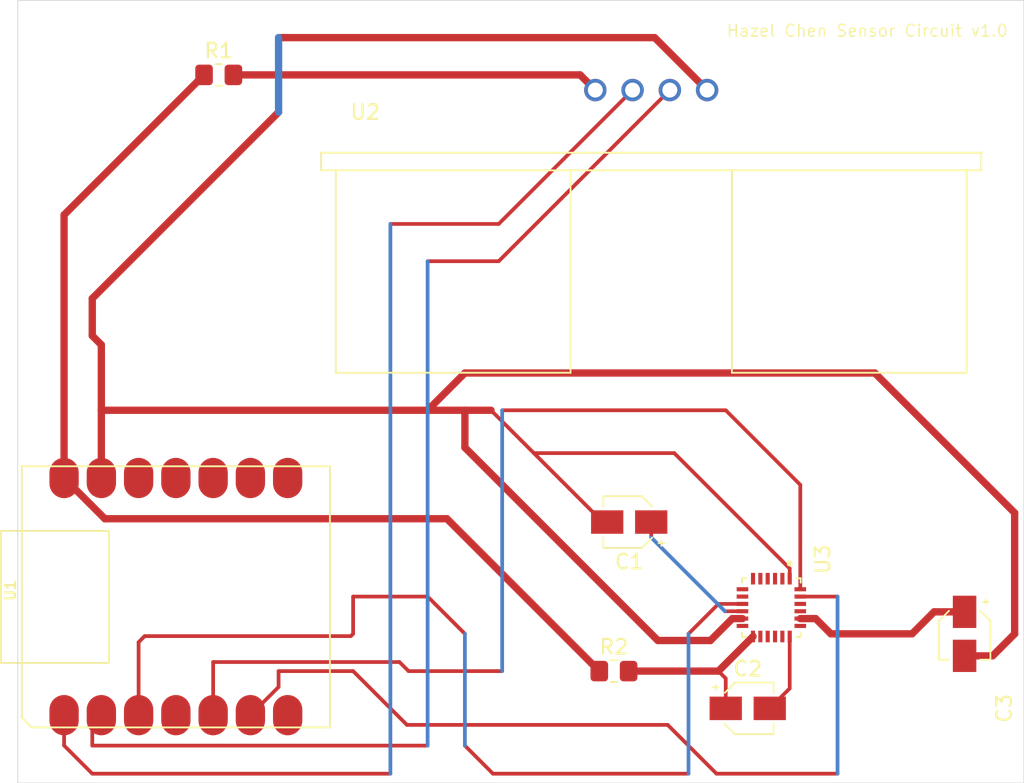
<source format=kicad_pcb>
(kicad_pcb (version 20240108) (generator "pcbnew") (generator_version "8.0")
  (layers (0 "F.Cu" signal) (31 "B.Cu" signal) (34 "B.Paste" user) (35 "F.Paste" user) (36 "B.SilkS" user "B.Silkscreen") (37 "F.SilkS" user "F.Silkscreen") (38 "B.Mask" user) (39 "F.Mask" user) (44 "Edge.Cuts" user))
  (net 0 "")
  (net 1 "Net-(U1-PA02_A0_D0)")
  (net 2 "Net-(U1-PA4_A1_D1)")
  (net 3 "Net-(U2-VCC)")
  (net 4 "GND")
  (net 5 "Net-(U3-REGOUT)")
  (net 7 "Net-(U3-CPOUT)")
  (net 9 "Net-(U1-PA9_A5_D5_SCL)")
  (net 12 "Net-(U1-PA10_A2_D2)")
  (net 15 "Net-(U3-VDD)")
  (net 24 "Net-(U1-PA8_A4_D4_SDA)")
  (net 26 "Net-(U1-5V)")
  (footprint "2025_XIAO:MOUDLE14P-SMD-2.54-21X17.8MM" (layer "F.Cu") (at 84.77925 107.9775 90)
    (property "Reference" "U1" (at 9.3345 -21.7805 90) (layer "F.SilkS") (effects (font (size 0.7 0.7))))
    (property "Value" "MOUDLE-SEEEDUINO-XIAO-ESP32C3")
    (fp_line (start 13.395 -22.424) (end 13.395 -15.072) (stroke (width 0.127)) (layer "F.SilkS"))
    (fp_line (start 4.4 -22.424) (end 13.395 -22.424) (stroke (width 0.127)) (layer "F.SilkS"))
    (fp_line (start 17.8 -21) (end 0.671541 -21) (stroke (width 0.127)) (layer "F.SilkS"))
    (fp_line (start 0.671541 -21) (end 0 -20.3285) (stroke (width 0.127)) (layer "F.SilkS"))
    (fp_line (start 0 -20.3285) (end 0 0) (stroke (width 0.127)) (layer "F.SilkS"))
    (fp_line (start 13.395 -15.072) (end 4.396 -15.072) (stroke (width 0.127)) (layer "F.SilkS"))
    (fp_line (start 4.396 -15.072) (end 4.396 -22.425) (stroke (width 0.127)) (layer "F.SilkS"))
    (fp_line (start 17.8 0) (end 17.8 -21) (stroke (width 0.127)) (layer "F.SilkS"))
    (fp_line (start 0 0) (end 17.8 0) (stroke (width 0.127)) (layer "F.SilkS"))
    (pad "1" smd roundrect (at 0.835 -18.12 90) (size 2.75 2) (layers "F.Cu" "F.Paste" "F.Mask") (roundrect_rratio 0.5) (net 1 "Net-(U1-PA02_A0_D0)"))
    (pad "2" smd roundrect (at 0.835 -15.58 90) (size 2.75 2) (layers "F.Cu" "F.Paste" "F.Mask") (roundrect_rratio 0.5) (net 2 "Net-(U1-PA4_A1_D1)"))
    (pad "3" smd roundrect (at 0.835 -13.04 90) (size 2.75 2) (layers "F.Cu" "F.Paste" "F.Mask") (roundrect_rratio 0.5) (net 12 "Net-(U1-PA10_A2_D2)"))
    (pad "4" smd roundrect (at 0.835 -10.5 90) (size 2.75 2) (layers "F.Cu" "F.Paste" "F.Mask") (roundrect_rratio 0.5))
    (pad "5" smd roundrect (at 0.835 -7.96 90) (size 2.75 2) (layers "F.Cu" "F.Paste" "F.Mask") (roundrect_rratio 0.5) (net 24 "Net-(U1-PA8_A4_D4_SDA)"))
    (pad "6" smd roundrect (at 0.835 -5.42 90) (size 2.75 2) (layers "F.Cu" "F.Paste" "F.Mask") (roundrect_rratio 0.5) (net 9 "Net-(U1-PA9_A5_D5_SCL)"))
    (pad "7" smd roundrect (at 0.835 -2.88 90) (size 2.75 2) (layers "F.Cu" "F.Paste" "F.Mask") (roundrect_rratio 0.5))
    (pad "8" smd roundrect (at 17 -2.88 90) (size 2.75 2) (layers "F.Cu" "F.Paste" "F.Mask") (roundrect_rratio 0.5))
    (pad "9" smd roundrect (at 17 -5.42 90) (size 2.75 2) (layers "F.Cu" "F.Paste" "F.Mask") (roundrect_rratio 0.5))
    (pad "10" smd roundrect (at 17 -7.96 90) (size 2.75 2) (layers "F.Cu" "F.Paste" "F.Mask") (roundrect_rratio 0.5))
    (pad "11" smd roundrect (at 17 -10.5 90) (size 2.75 2) (layers "F.Cu" "F.Paste" "F.Mask") (roundrect_rratio 0.5))
    (pad "12" smd roundrect (at 17 -13.04 90) (size 2.75 2) (layers "F.Cu" "F.Paste" "F.Mask") (roundrect_rratio 0.5))
    (pad "13" smd roundrect (at 17 -15.58 90) (size 2.75 2) (layers "F.Cu" "F.Paste" "F.Mask") (roundrect_rratio 0.5) (net 4 "GND"))
    (pad "14" smd roundrect (at 17 -18.12 90) (size 2.75 2) (layers "F.Cu" "F.Paste" "F.Mask") (roundrect_rratio 0.5) (net 26 "Net-(U1-5V)"))
  )
  (footprint "Capacitor_SMD:CP_Elec_3x5.3" (layer "F.Cu") (at 113.26 106.68)
    (property "Reference" "C2" (at 0 -2.7 0) (layer "F.SilkS"))
    (property "Value" "0.1 mF")
    (fp_line (start -2.375 -1.435) (end -2 -1.435) (stroke (width 0.12)) (layer "F.SilkS"))
    (fp_line (start -2.1875 -1.6225) (end -2.1875 -1.2475) (stroke (width 0.12)) (layer "F.SilkS"))
    (fp_line (start -1.570563 -1.06) (end -0.870563 -1.76) (stroke (width 0.12)) (layer "F.SilkS"))
    (fp_line (start -1.570563 1.06) (end -0.870563 1.76) (stroke (width 0.12)) (layer "F.SilkS"))
    (fp_line (start -0.870563 -1.76) (end 1.76 -1.76) (stroke (width 0.12)) (layer "F.SilkS"))
    (fp_line (start -0.870563 1.76) (end 1.76 1.76) (stroke (width 0.12)) (layer "F.SilkS"))
    (fp_line (start 1.76 -1.76) (end 1.76 -1.06) (stroke (width 0.12)) (layer "F.SilkS"))
    (fp_line (start 1.76 1.76) (end 1.76 1.06) (stroke (width 0.12)) (layer "F.SilkS"))
    (pad "1" smd rect (at -1.5 0) (size 2.2 1.6) (layers "F.Cu" "F.Paste" "F.Mask") (net 15 "Net-(U3-VDD)"))
    (pad "2" smd rect (at 1.5 0) (size 2.2 1.6) (layers "F.Cu" "F.Paste" "F.Mask") (net 4 "GND"))
  )
  (footprint "Capacitor_SMD:CP_Elec_3x5.3" (layer "F.Cu") (at 128.04 101.6 -90)
    (property "Reference" "C3" (at 5.08 -2.7 90) (layer "F.SilkS"))
    (property "Value" "2.2 nF")
    (fp_line (start -0.870563 1.76) (end 1.76 1.76) (stroke (width 0.12)) (layer "F.SilkS"))
    (fp_line (start 1.76 1.76) (end 1.76 1.06) (stroke (width 0.12)) (layer "F.SilkS"))
    (fp_line (start -1.570563 1.06) (end -0.870563 1.76) (stroke (width 0.12)) (layer "F.SilkS"))
    (fp_line (start -1.570563 -1.06) (end -0.870563 -1.76) (stroke (width 0.12)) (layer "F.SilkS"))
    (fp_line (start -2.375 -1.435) (end -2 -1.435) (stroke (width 0.12)) (layer "F.SilkS"))
    (fp_line (start -2.1875 -1.6225) (end -2.1875 -1.2475) (stroke (width 0.12)) (layer "F.SilkS"))
    (fp_line (start -0.870563 -1.76) (end 1.76 -1.76) (stroke (width 0.12)) (layer "F.SilkS"))
    (fp_line (start 1.76 -1.76) (end 1.76 -1.06) (stroke (width 0.12)) (layer "F.SilkS"))
    (pad "1" smd rect (at -1.5 0 270) (size 2.2 1.6) (layers "F.Cu" "F.Paste" "F.Mask") (net 7 "Net-(U3-CPOUT)"))
    (pad "2" smd rect (at 1.5 0 270) (size 2.2 1.6) (layers "F.Cu" "F.Paste" "F.Mask") (net 4 "GND"))
  )
  (footprint "Capacitor_SMD:CP_Elec_3x5.3" (layer "F.Cu") (at 105.18 93.98 180)
    (property "Reference" "C1" (at 0 -2.7 0) (layer "F.SilkS"))
    (property "Value" "0.1 mF")
    (fp_line (start 1.76 1.76) (end 1.76 1.06) (stroke (width 0.12)) (layer "F.SilkS"))
    (fp_line (start 1.76 -1.76) (end 1.76 -1.06) (stroke (width 0.12)) (layer "F.SilkS"))
    (fp_line (start -0.870563 1.76) (end 1.76 1.76) (stroke (width 0.12)) (layer "F.SilkS"))
    (fp_line (start -0.870563 -1.76) (end 1.76 -1.76) (stroke (width 0.12)) (layer "F.SilkS"))
    (fp_line (start -1.570563 1.06) (end -0.870563 1.76) (stroke (width 0.12)) (layer "F.SilkS"))
    (fp_line (start -1.570563 -1.06) (end -0.870563 -1.76) (stroke (width 0.12)) (layer "F.SilkS"))
    (fp_line (start -2.1875 -1.6225) (end -2.1875 -1.2475) (stroke (width 0.12)) (layer "F.SilkS"))
    (fp_line (start -2.375 -1.435) (end -2 -1.435) (stroke (width 0.12)) (layer "F.SilkS"))
    (pad "1" smd rect (at -1.5 0 180) (size 2.2 1.6) (layers "F.Cu" "F.Paste" "F.Mask") (net 5 "Net-(U3-REGOUT)"))
    (pad "2" smd rect (at 1.5 0 180) (size 2.2 1.6) (layers "F.Cu" "F.Paste" "F.Mask") (net 4 "GND"))
  )
  (footprint "2025_SR04:XCVR_HC-SR04" (layer "F.Cu") (at 106.68 64.535)
    (property "Reference" "U2" (at -19.48505 1.505 0) (layer "F.SilkS") (effects (font (size 1.00052 1.00052))))
    (property "Value" "HC-SR04")
    (fp_line (start -22.5 4.27) (end 22.5 4.27) (stroke (width 0.127)) (layer "F.SilkS"))
    (fp_line (start -22.5 5.47) (end -22.5 4.27) (stroke (width 0.127)) (layer "F.SilkS"))
    (fp_line (start -21.5 5.47) (end -22.5 5.47) (stroke (width 0.127)) (layer "F.SilkS"))
    (fp_line (start -21.5 5.47) (end -21.5 19.27) (stroke (width 0.127)) (layer "F.SilkS"))
    (fp_line (start -21.5 19.27) (end -5.5 19.27) (stroke (width 0.127)) (layer "F.SilkS"))
    (fp_line (start -5.5 5.47) (end -21.5 5.47) (stroke (width 0.127)) (layer "F.SilkS"))
    (fp_line (start -5.5 5.47) (end -5.5 19.27) (stroke (width 0.127)) (layer "F.SilkS"))
    (fp_line (start 5.5 5.47) (end -5.5 5.47) (stroke (width 0.127)) (layer "F.SilkS"))
    (fp_line (start 5.5 5.47) (end 5.5 19.27) (stroke (width 0.127)) (layer "F.SilkS"))
    (fp_line (start 5.5 19.27) (end 21.5 19.27) (stroke (width 0.127)) (layer "F.SilkS"))
    (fp_line (start 21.5 5.47) (end 5.5 5.47) (stroke (width 0.127)) (layer "F.SilkS"))
    (fp_line (start 21.5 5.47) (end 21.5 19.27) (stroke (width 0.127)) (layer "F.SilkS"))
    (fp_line (start 22.5 4.27) (end 22.5 5.47) (stroke (width 0.127)) (layer "F.SilkS"))
    (fp_line (start 22.5 5.47) (end 21.5 5.47) (stroke (width 0.127)) (layer "F.SilkS"))
    (pad "1" thru_hole circle (at -3.81 0) (size 1.53 1.53) (drill 1.02) (layers "*.Cu" "*.Mask") (net 3 "Net-(U2-VCC)"))
    (pad "2" thru_hole circle (at -1.27 0) (size 1.53 1.53) (drill 1.02) (layers "*.Cu" "*.Mask") (net 1 "Net-(U1-PA02_A0_D0)"))
    (pad "3" thru_hole circle (at 1.27 0) (size 1.53 1.53) (drill 1.02) (layers "*.Cu" "*.Mask") (net 2 "Net-(U1-PA4_A1_D1)"))
    (pad "4" thru_hole circle (at 3.81 0) (size 1.53 1.53) (drill 1.02) (layers "*.Cu" "*.Mask") (net 4 "GND"))
  )
  (footprint "Resistor_SMD:R_0805_2012Metric_Pad1.20x1.40mm_HandSolder" (layer "F.Cu") (at 77.2 63.5)
    (property "Reference" "R1" (at 0 -1.65 0) (layer "F.SilkS"))
    (property "Value" "0")
    (fp_line (start -0.227064 -0.735) (end 0.227064 -0.735) (stroke (width 0.12)) (layer "F.SilkS"))
    (fp_line (start -0.227064 0.735) (end 0.227064 0.735) (stroke (width 0.12)) (layer "F.SilkS"))
    (pad "1" smd roundrect (at -1 0) (size 1.2 1.4) (layers "F.Cu" "F.Paste" "F.Mask") (roundrect_rratio 0.208333) (net 26 "Net-(U1-5V)"))
    (pad "2" smd roundrect (at 1 0) (size 1.2 1.4) (layers "F.Cu" "F.Paste" "F.Mask") (roundrect_rratio 0.208333) (net 3 "Net-(U2-VCC)"))
  )
  (footprint "2025_MPU6050:QFN50P400X400X95-24N" (layer "F.Cu") (at 114.87 99.81 -90)
    (property "Reference" "U3" (at -3.29 -3.4925 90) (layer "F.SilkS"))
    (property "Value" "MPU-6050")
    (fp_line (start -2 2) (end -1.705 2) (stroke (width 0.127)) (layer "F.SilkS"))
    (fp_line (start -2 2) (end -2 1.705) (stroke (width 0.127)) (layer "F.SilkS"))
    (fp_line (start 2 2) (end 1.705 2) (stroke (width 0.127)) (layer "F.SilkS"))
    (fp_line (start 2 2) (end 2 1.705) (stroke (width 0.127)) (layer "F.SilkS"))
    (fp_line (start -2 -2) (end -2 -1.705) (stroke (width 0.127)) (layer "F.SilkS"))
    (fp_line (start -2 -2) (end -1.705 -2) (stroke (width 0.127)) (layer "F.SilkS"))
    (fp_line (start 2 -2) (end 2 -1.705) (stroke (width 0.127)) (layer "F.SilkS"))
    (fp_line (start 2 -2) (end 1.705 -2) (stroke (width 0.127)) (layer "F.SilkS"))
    (fp_circle (center -3 -1.25) (end -2.9 -1.25) (stroke (width 0.2)) (fill none) (layer "F.SilkS"))
    (pad "1" smd rect (at -1.97 -1.25 270) (size 0.79 0.28) (layers "F.Cu" "F.Paste" "F.Mask") (net 4 "GND"))
    (pad "2" smd rect (at -1.97 -0.75 270) (size 0.79 0.28) (layers "F.Cu" "F.Paste" "F.Mask"))
    (pad "3" smd rect (at -1.97 -0.25 270) (size 0.79 0.28) (layers "F.Cu" "F.Paste" "F.Mask"))
    (pad "4" smd rect (at -1.97 0.25 270) (size 0.79 0.28) (layers "F.Cu" "F.Paste" "F.Mask"))
    (pad "5" smd rect (at -1.97 0.75 270) (size 0.79 0.28) (layers "F.Cu" "F.Paste" "F.Mask"))
    (pad "6" smd rect (at -1.97 1.25 270) (size 0.79 0.28) (layers "F.Cu" "F.Paste" "F.Mask"))
    (pad "7" smd rect (at -1.25 1.97 270) (size 0.28 0.79) (layers "F.Cu" "F.Paste" "F.Mask"))
    (pad "8" smd rect (at -0.75 1.97 270) (size 0.28 0.79) (layers "F.Cu" "F.Paste" "F.Mask"))
    (pad "9" smd rect (at -0.25 1.97 270) (size 0.28 0.79) (layers "F.Cu" "F.Paste" "F.Mask") (net 12 "Net-(U1-PA10_A2_D2)"))
    (pad "10" smd rect (at 0.25 1.97 270) (size 0.28 0.79) (layers "F.Cu" "F.Paste" "F.Mask") (net 5 "Net-(U3-REGOUT)"))
    (pad "11" smd rect (at 0.75 1.97 270) (size 0.28 0.79) (layers "F.Cu" "F.Paste" "F.Mask") (net 4 "GND"))
    (pad "12" smd rect (at 1.25 1.97 270) (size 0.28 0.79) (layers "F.Cu" "F.Paste" "F.Mask"))
    (pad "13" smd rect (at 1.97 1.25 270) (size 0.79 0.28) (layers "F.Cu" "F.Paste" "F.Mask") (net 15 "Net-(U3-VDD)"))
    (pad "14" smd rect (at 1.97 0.75 270) (size 0.79 0.28) (layers "F.Cu" "F.Paste" "F.Mask"))
    (pad "15" smd rect (at 1.97 0.25 270) (size 0.79 0.28) (layers "F.Cu" "F.Paste" "F.Mask"))
    (pad "16" smd rect (at 1.97 -0.25 270) (size 0.79 0.28) (layers "F.Cu" "F.Paste" "F.Mask"))
    (pad "17" smd rect (at 1.97 -0.75 270) (size 0.79 0.28) (layers "F.Cu" "F.Paste" "F.Mask"))
    (pad "18" smd rect (at 1.97 -1.25 270) (size 0.79 0.28) (layers "F.Cu" "F.Paste" "F.Mask") (net 4 "GND"))
    (pad "19" smd rect (at 1.25 -1.97 270) (size 0.28 0.79) (layers "F.Cu" "F.Paste" "F.Mask"))
    (pad "20" smd rect (at 0.75 -1.97 270) (size 0.28 0.79) (layers "F.Cu" "F.Paste" "F.Mask") (net 7 "Net-(U3-CPOUT)"))
    (pad "21" smd rect (at 0.25 -1.97 270) (size 0.28 0.79) (layers "F.Cu" "F.Paste" "F.Mask"))
    (pad "22" smd rect (at -0.25 -1.97 270) (size 0.28 0.79) (layers "F.Cu" "F.Paste" "F.Mask"))
    (pad "23" smd rect (at -0.75 -1.97 270) (size 0.28 0.79) (layers "F.Cu" "F.Paste" "F.Mask") (net 9 "Net-(U1-PA9_A5_D5_SCL)"))
    (pad "24" smd rect (at -1.25 -1.97 270) (size 0.28 0.79) (layers "F.Cu" "F.Paste" "F.Mask") (net 24 "Net-(U1-PA8_A4_D4_SDA)"))
  )
  (footprint "Resistor_SMD:R_0805_2012Metric_Pad1.20x1.40mm_HandSolder" (layer "F.Cu") (at 104.14 104.14)
    (property "Reference" "R2" (at 0 -1.65 0) (layer "F.SilkS"))
    (property "Value" "0")
    (fp_line (start -0.227064 -0.735) (end 0.227064 -0.735) (stroke (width 0.12)) (layer "F.SilkS"))
    (fp_line (start -0.227064 0.735) (end 0.227064 0.735) (stroke (width 0.12)) (layer "F.SilkS"))
    (pad "1" smd roundrect (at -1 0) (size 1.2 1.4) (layers "F.Cu" "F.Paste" "F.Mask") (roundrect_rratio 0.208333) (net 26 "Net-(U1-5V)"))
    (pad "2" smd roundrect (at 1 0) (size 1.2 1.4) (layers "F.Cu" "F.Paste" "F.Mask") (roundrect_rratio 0.208333) (net 15 "Net-(U3-VDD)"))
  )
  (gr_rect (start 63.5 58.42) (end 132.08 111.76) (stroke (width 0.05)) (fill none) (layer "Edge.Cuts"))
  (gr_text "Hazel Chen Sensor Circuit v1.0" (at 111.76 60.96 0) (layer "F.SilkS") (effects (font (size 0.8 0.8) (thickness 0.1)) (justify left bottom)))
  (segment (start 105.41 64.535) (end 96.285 73.66) (width 0.254) (layer "F.Cu") (net 1))
  (segment (start 88.9 111.133) (end 68.58 111.133) (width 0.254) (layer "F.Cu") (net 1))
  (segment (start 66.65925 109.21225) (end 66.65925 107.1425) (width 0.254) (layer "F.Cu") (net 1))
  (segment (start 68.58 111.133) (end 66.65925 109.21225) (width 0.254) (layer "F.Cu") (net 1))
  (segment (start 96.285 73.66) (end 88.9 73.66) (width 0.254) (layer "F.Cu") (net 1))
  (segment (start 88.9 73.66) (end 88.9 111.133) (width 0.254) (layer "B.Cu") (net 1))
  (segment (start 96.285 76.2) (end 91.44 76.2) (width 0.254) (layer "F.Cu") (net 2))
  (segment (start 91.44 109.22) (end 68.58 109.22) (width 0.254) (layer "F.Cu") (net 2))
  (segment (start 68.58 107.76175) (end 69.19925 107.1425) (width 0.254) (layer "F.Cu") (net 2))
  (segment (start 68.58 109.22) (end 68.58 107.76175) (width 0.254) (layer "F.Cu") (net 2))
  (segment (start 107.95 64.535) (end 96.285 76.2) (width 0.254) (layer "F.Cu") (net 2))
  (segment (start 91.44 76.2) (end 91.44 109.22) (width 0.254) (layer "B.Cu") (net 2))
  (segment (start 101.835 63.5) (end 102.87 64.535) (width 0.5) (layer "F.Cu") (net 3))
  (segment (start 78.2 63.5) (end 101.835 63.5) (width 0.5) (layer "F.Cu") (net 3))
  (segment (start 68.58 81.28) (end 69.19925 81.89925) (width 0.5) (layer "F.Cu") (net 4))
  (segment (start 112.211 100.56) (end 112.9 100.56) (width 0.5) (layer "F.Cu") (net 4))
  (segment (start 81.28 66.04) (end 68.58 78.74) (width 0.5) (layer "F.Cu") (net 4))
  (segment (start 106.915 60.96) (end 81.28 60.96) (width 0.5) (layer "F.Cu") (net 4))
  (segment (start 69.19925 86.36) (end 69.19925 90.9775) (width 0.5) (layer "F.Cu") (net 4))
  (segment (start 93.98 88.9) (end 107.134 102.054) (width 0.5) (layer "F.Cu") (net 4))
  (segment (start 93.98 86.36) (end 93.98 88.9) (width 0.5) (layer "F.Cu") (net 4))
  (segment (start 131.453 101.6) (end 131.453 93.353) (width 0.5) (layer "F.Cu") (net 4))
  (segment (start 116.12 97.151) (end 108.249 89.28) (width 0.254) (layer "F.Cu") (net 4))
  (segment (start 116.12 105.32) (end 116.12 101.78) (width 0.254) (layer "F.Cu") (net 4))
  (segment (start 116.12 97.84) (end 116.12 97.151) (width 0.254) (layer "F.Cu") (net 4))
  (segment (start 108.249 89.28) (end 98.68 89.28) (width 0.254) (layer "F.Cu") (net 4))
  (segment (start 121.92 83.82) (end 93.98 83.82) (width 0.5) (layer "F.Cu") (net 4))
  (segment (start 93.98 86.36) (end 91.44 86.36) (width 0.5) (layer "F.Cu") (net 4))
  (segment (start 98.68 89.28) (end 95.76 86.36) (width 0.254) (layer "F.Cu") (net 4))
  (segment (start 128.04 103.1) (end 129.953 103.1) (width 0.5) (layer "F.Cu") (net 4))
  (segment (start 129.953 103.1) (end 131.453 101.6) (width 0.5) (layer "F.Cu") (net 4))
  (segment (start 95.76 86.36) (end 93.98 86.36) (width 0.5) (layer "F.Cu") (net 4))
  (segment (start 110.717 102.054) (end 112.211 100.56) (width 0.5) (layer "F.Cu") (net 4))
  (segment (start 91.44 86.36) (end 69.19925 86.36) (width 0.5) (layer "F.Cu") (net 4))
  (segment (start 103.68 93.98) (end 103.38 93.98) (width 0.254) (layer "F.Cu") (net 4))
  (segment (start 69.19925 81.89925) (end 69.19925 86.36) (width 0.5) (layer "F.Cu") (net 4))
  (segment (start 110.49 64.535) (end 106.915 60.96) (width 0.5) (layer "F.Cu") (net 4))
  (segment (start 107.134 102.054) (end 110.717 102.054) (width 0.5) (layer "F.Cu") (net 4))
  (segment (start 131.453 93.353) (end 121.92 83.82) (width 0.5) (layer "F.Cu") (net 4))
  (segment (start 114.76 106.68) (end 114.76 106.22) (width 0.254) (layer "F.Cu") (net 4))
  (segment (start 93.98 83.82) (end 91.44 86.36) (width 0.5) (layer "F.Cu") (net 4))
  (segment (start 68.58 78.74) (end 68.58 81.28) (width 0.5) (layer "F.Cu") (net 4))
  (segment (start 103.38 93.98) (end 98.68 89.28) (width 0.254) (layer "F.Cu") (net 4))
  (segment (start 114.76 106.68) (end 116.12 105.32) (width 0.254) (layer "F.Cu") (net 4))
  (segment (start 81.28 60.96) (end 81.28 66.04) (width 0.5) (layer "B.Cu") (net 4))
  (segment (start 106.68 93.98) (end 106.68 95.034) (width 0.254) (layer "F.Cu") (net 5))
  (segment (start 111.706 100.06) (end 112.9 100.06) (width 0.254) (layer "F.Cu") (net 5))
  (segment (start 106.68 95.034) (end 111.706 100.06) (width 0.254) (layer "B.Cu") (net 5))
  (segment (start 125.96 100.1) (end 128.04 100.1) (width 0.5) (layer "F.Cu") (net 7))
  (segment (start 124.46 101.6) (end 125.96 100.1) (width 0.5) (layer "F.Cu") (net 7))
  (segment (start 116.84 100.56) (end 117.886 100.56) (width 0.5) (layer "F.Cu") (net 7))
  (segment (start 118.926 101.6) (end 124.46 101.6) (width 0.5) (layer "F.Cu") (net 7))
  (segment (start 117.886 100.56) (end 118.926 101.6) (width 0.5) (layer "F.Cu") (net 7))
  (segment (start 86.36 104.14) (end 90.027 107.807) (width 0.254) (layer "F.Cu") (net 9))
  (segment (start 81.28 104.14) (end 86.36 104.14) (width 0.254) (layer "F.Cu") (net 9))
  (segment (start 79.35925 107.1425) (end 81.28 105.22175) (width 0.254) (layer "F.Cu") (net 9))
  (segment (start 81.28 105.22175) (end 81.28 104.14) (width 0.254) (layer "F.Cu") (net 9))
  (segment (start 90.027 107.807) (end 107.807 107.807) (width 0.254) (layer "F.Cu") (net 9))
  (segment (start 111.133 111.133) (end 119.38 111.133) (width 0.254) (layer "F.Cu") (net 9))
  (segment (start 119.38 99.06) (end 116.84 99.06) (width 0.254) (layer "F.Cu") (net 9))
  (segment (start 107.807 107.807) (end 111.133 111.133) (width 0.254) (layer "F.Cu") (net 9))
  (segment (start 119.38 99.06) (end 119.38 111.133) (width 0.254) (layer "B.Cu") (net 9))
  (segment (start 95.893 111.133) (end 93.98 109.22) (width 0.254) (layer "F.Cu") (net 12))
  (segment (start 111.26 99.56) (end 109.22 101.6) (width 0.254) (layer "F.Cu") (net 12))
  (segment (start 91.44 99.06) (end 86.36 99.06) (width 0.254) (layer "F.Cu") (net 12))
  (segment (start 71.73925 102.168894) (end 71.73925 107.1425) (width 0.254) (layer "F.Cu") (net 12))
  (segment (start 86.36 101.6) (end 86.2055 101.7545) (width 0.254) (layer "F.Cu") (net 12))
  (segment (start 109.22 111.133) (end 95.893 111.133) (width 0.254) (layer "F.Cu") (net 12))
  (segment (start 86.2055 101.7545) (end 72.153644 101.7545) (width 0.254) (layer "F.Cu") (net 12))
  (segment (start 86.36 99.06) (end 86.36 101.6) (width 0.254) (layer "F.Cu") (net 12))
  (segment (start 72.153644 101.7545) (end 71.73925 102.168894) (width 0.254) (layer "F.Cu") (net 12))
  (segment (start 112.9 99.56) (end 111.26 99.56) (width 0.254) (layer "F.Cu") (net 12))
  (segment (start 93.98 101.6) (end 91.44 99.06) (width 0.254) (layer "F.Cu") (net 12))
  (segment (start 93.98 109.22) (end 93.98 101.6) (width 0.254) (layer "B.Cu") (net 12))
  (segment (start 109.22 101.6) (end 109.22 111.133) (width 0.254) (layer "B.Cu") (net 12))
  (segment (start 111.26 104.14) (end 111.76 104.64) (width 0.254) (layer "F.Cu") (net 15))
  (segment (start 105.14 104.14) (end 111.26 104.14) (width 0.5) (layer "F.Cu") (net 15))
  (segment (start 111.76 104.64) (end 111.76 106.68) (width 0.254) (layer "F.Cu") (net 15))
  (segment (start 111.26 104.14) (end 113.62 101.78) (width 0.5) (layer "F.Cu") (net 15))
  (segment (start 96.52 86.36) (end 111.76 86.36) (width 0.254) (layer "F.Cu") (net 24))
  (segment (start 116.84 91.44) (end 116.84 98.56) (width 0.254) (layer "F.Cu") (net 24))
  (segment (start 90.1385 104.14) (end 96.52 104.14) (width 0.254) (layer "F.Cu") (net 24))
  (segment (start 76.81925 103.52075) (end 89.51925 103.52075) (width 0.254) (layer "F.Cu") (net 24))
  (segment (start 76.81925 107.1425) (end 76.81925 103.52075) (width 0.254) (layer "F.Cu") (net 24))
  (segment (start 89.51925 103.52075) (end 90.1385 104.14) (width 0.254) (layer "F.Cu") (net 24))
  (segment (start 111.76 86.36) (end 116.84 91.44) (width 0.254) (layer "F.Cu") (net 24))
  (segment (start 96.52 104.14) (end 96.52 86.36) (width 0.254) (layer "B.Cu") (net 24))
  (segment (start 66.65925 90.9775) (end 69.43525 93.7535) (width 0.5) (layer "F.Cu") (net 26))
  (segment (start 66.65925 90.9775) (end 66.65925 73.04075) (width 0.5) (layer "F.Cu") (net 26))
  (segment (start 69.43525 93.7535) (end 92.7535 93.7535) (width 0.5) (layer "F.Cu") (net 26))
  (segment (start 92.7535 93.7535) (end 103.14 104.14) (width 0.5) (layer "F.Cu") (net 26))
  (segment (start 66.65925 73.04075) (end 76.2 63.5) (width 0.5) (layer "F.Cu") (net 26))
)
</source>
